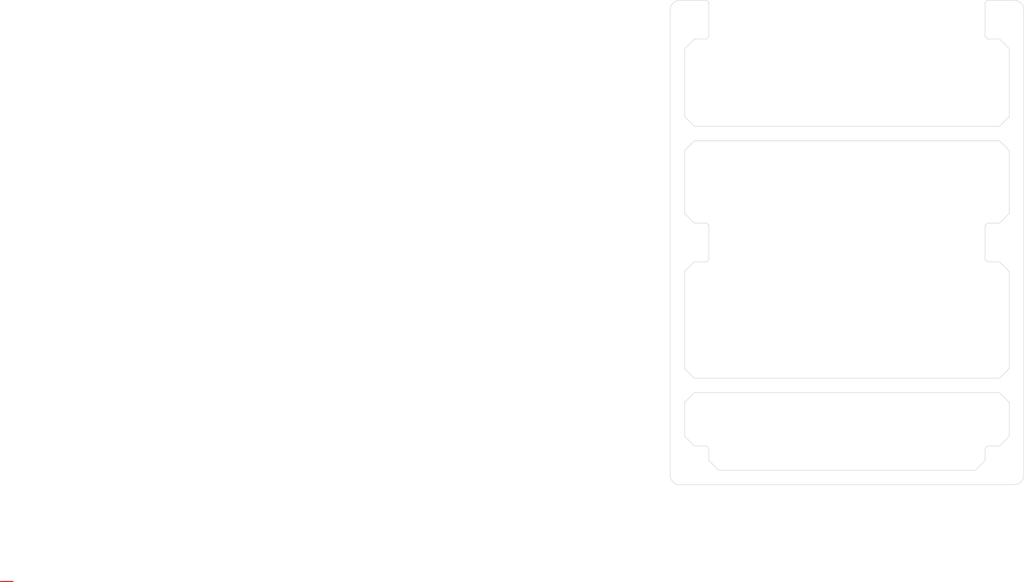
<source format=kicad_pcb>
(kicad_pcb (version 20171130) (host pcbnew "(5.1.2)-2")

  (general
    (thickness 1.6)
    (drawings 114)
    (tracks 1)
    (zones 0)
    (modules 6)
    (nets 2)
  )

  (page A4)
  (layers
    (0 F.Cu signal)
    (31 B.Cu signal)
    (32 B.Adhes user)
    (33 F.Adhes user)
    (34 B.Paste user)
    (35 F.Paste user)
    (36 B.SilkS user)
    (37 F.SilkS user)
    (38 B.Mask user)
    (39 F.Mask user)
    (40 Dwgs.User user hide)
    (41 Cmts.User user)
    (42 Eco1.User user)
    (43 Eco2.User user)
    (44 Edge.Cuts user)
    (45 Margin user)
    (46 B.CrtYd user)
    (47 F.CrtYd user)
    (48 B.Fab user)
    (49 F.Fab user)
  )

  (setup
    (last_trace_width 0.25)
    (user_trace_width 0.3)
    (user_trace_width 0.4)
    (user_trace_width 0.5)
    (user_trace_width 0.75)
    (user_trace_width 1)
    (user_trace_width 2)
    (user_trace_width 3)
    (user_trace_width 0.3)
    (user_trace_width 0.4)
    (user_trace_width 0.5)
    (user_trace_width 0.75)
    (user_trace_width 1)
    (user_trace_width 2)
    (user_trace_width 3)
    (user_trace_width 0.25)
    (user_trace_width 0.5)
    (user_trace_width 0.75)
    (user_trace_width 1)
    (user_trace_width 1.5)
    (user_trace_width 2)
    (trace_clearance 0.25)
    (zone_clearance 0.508)
    (zone_45_only no)
    (trace_min 0.25)
    (via_size 1)
    (via_drill 0.5)
    (via_min_size 0.4)
    (via_min_drill 0.3)
    (uvia_size 1)
    (uvia_drill 0.5)
    (uvias_allowed no)
    (uvia_min_size 0.2)
    (uvia_min_drill 0.1)
    (edge_width 0.1)
    (segment_width 1)
    (pcb_text_width 0.3)
    (pcb_text_size 1.5 1.5)
    (mod_edge_width 0.15)
    (mod_text_size 1 1)
    (mod_text_width 0.15)
    (pad_size 1.5 1.5)
    (pad_drill 0.6)
    (pad_to_mask_clearance 0.05)
    (solder_mask_min_width 0.1)
    (aux_axis_origin 84 50)
    (grid_origin 84 50)
    (visible_elements 7FFFFFFF)
    (pcbplotparams
      (layerselection 0x010f0_ffffffff)
      (usegerberextensions false)
      (usegerberattributes false)
      (usegerberadvancedattributes false)
      (creategerberjobfile false)
      (excludeedgelayer true)
      (linewidth 0.100000)
      (plotframeref false)
      (viasonmask false)
      (mode 1)
      (useauxorigin true)
      (hpglpennumber 1)
      (hpglpenspeed 20)
      (hpglpendiameter 15.000000)
      (psnegative false)
      (psa4output false)
      (plotreference true)
      (plotvalue true)
      (plotinvisibletext false)
      (padsonsilk false)
      (subtractmaskfromsilk true)
      (outputformat 1)
      (mirror false)
      (drillshape 0)
      (scaleselection 1)
      (outputdirectory "ds1_2-6_frame/"))
  )

  (net 0 "")
  (net 1 GND)

  (net_class Default "これはデフォルトのネット クラスです。"
    (clearance 0.25)
    (trace_width 0.25)
    (via_dia 1)
    (via_drill 0.5)
    (uvia_dia 1)
    (uvia_drill 0.5)
    (diff_pair_width 0.25)
    (diff_pair_gap 0.25)
    (add_net GND)
  )

  (module MountingHole:MountingHole_3.2mm_M3 locked (layer F.Cu) (tedit 56D1B4CB) (tstamp 5EC82F28)
    (at 153 146)
    (descr "Mounting Hole 3.2mm, no annular, M3")
    (tags "mounting hole 3.2mm no annular m3")
    (attr virtual)
    (fp_text reference REF** (at 0 0) (layer F.SilkS) hide
      (effects (font (size 1 1) (thickness 0.15)))
    )
    (fp_text value M (at 0 0) (layer F.Fab) hide
      (effects (font (size 1 1) (thickness 0.15)))
    )
    (fp_circle (center 0 0) (end 3.45 0) (layer F.CrtYd) (width 0.05))
    (fp_circle (center 0 0) (end 3.2 0) (layer Cmts.User) (width 0.15))
    (fp_text user %R (at 0.3 0) (layer F.Fab) hide
      (effects (font (size 1 1) (thickness 0.15)))
    )
    (pad 1 np_thru_hole circle (at 0 0) (size 3.2 3.2) (drill 3.2) (layers *.Cu *.Mask)
      (net 1 GND))
  )

  (module MountingHole:MountingHole_3.2mm_M3 locked (layer F.Cu) (tedit 56D1B4CB) (tstamp 5EC82F1A)
    (at 88 146)
    (descr "Mounting Hole 3.2mm, no annular, M3")
    (tags "mounting hole 3.2mm no annular m3")
    (attr virtual)
    (fp_text reference REF** (at 0 0) (layer F.SilkS) hide
      (effects (font (size 1 1) (thickness 0.15)))
    )
    (fp_text value M (at 0 0) (layer F.Fab) hide
      (effects (font (size 1 1) (thickness 0.15)))
    )
    (fp_circle (center 0 0) (end 3.45 0) (layer F.CrtYd) (width 0.05))
    (fp_circle (center 0 0) (end 3.2 0) (layer Cmts.User) (width 0.15))
    (fp_text user %R (at 0.3 0) (layer F.Fab) hide
      (effects (font (size 1 1) (thickness 0.15)))
    )
    (pad 1 np_thru_hole circle (at 0 0) (size 3.2 3.2) (drill 3.2) (layers *.Cu *.Mask)
      (net 1 GND))
  )

  (module MountingHole:MountingHole_3.2mm_M3 locked (layer F.Cu) (tedit 56D1B4CB) (tstamp 5EC82F0C)
    (at 153 100)
    (descr "Mounting Hole 3.2mm, no annular, M3")
    (tags "mounting hole 3.2mm no annular m3")
    (attr virtual)
    (fp_text reference REF** (at 0 0) (layer F.SilkS) hide
      (effects (font (size 1 1) (thickness 0.15)))
    )
    (fp_text value M (at 0 0) (layer F.Fab) hide
      (effects (font (size 1 1) (thickness 0.15)))
    )
    (fp_circle (center 0 0) (end 3.45 0) (layer F.CrtYd) (width 0.05))
    (fp_circle (center 0 0) (end 3.2 0) (layer Cmts.User) (width 0.15))
    (fp_text user %R (at 0.3 0) (layer F.Fab) hide
      (effects (font (size 1 1) (thickness 0.15)))
    )
    (pad 1 np_thru_hole circle (at 0 0) (size 3.2 3.2) (drill 3.2) (layers *.Cu *.Mask)
      (net 1 GND))
  )

  (module MountingHole:MountingHole_3.2mm_M3 locked (layer F.Cu) (tedit 56D1B4CB) (tstamp 5EC82EFE)
    (at 88 100)
    (descr "Mounting Hole 3.2mm, no annular, M3")
    (tags "mounting hole 3.2mm no annular m3")
    (attr virtual)
    (fp_text reference REF** (at 0 0) (layer F.SilkS) hide
      (effects (font (size 1 1) (thickness 0.15)))
    )
    (fp_text value M (at 0 0) (layer F.Fab) hide
      (effects (font (size 1 1) (thickness 0.15)))
    )
    (fp_circle (center 0 0) (end 3.45 0) (layer F.CrtYd) (width 0.05))
    (fp_circle (center 0 0) (end 3.2 0) (layer Cmts.User) (width 0.15))
    (fp_text user %R (at 0.3 0) (layer F.Fab) hide
      (effects (font (size 1 1) (thickness 0.15)))
    )
    (pad 1 np_thru_hole circle (at 0 0) (size 3.2 3.2) (drill 3.2) (layers *.Cu *.Mask)
      (net 1 GND))
  )

  (module MountingHole:MountingHole_3.2mm_M3 locked (layer F.Cu) (tedit 56D1B4CB) (tstamp 5EC78F09)
    (at 153 54)
    (descr "Mounting Hole 3.2mm, no annular, M3")
    (tags "mounting hole 3.2mm no annular m3")
    (attr virtual)
    (fp_text reference REF** (at 0 0) (layer F.SilkS) hide
      (effects (font (size 1 1) (thickness 0.15)))
    )
    (fp_text value M (at 0 0) (layer F.Fab) hide
      (effects (font (size 1 1) (thickness 0.15)))
    )
    (fp_circle (center 0 0) (end 3.45 0) (layer F.CrtYd) (width 0.05))
    (fp_circle (center 0 0) (end 3.2 0) (layer Cmts.User) (width 0.15))
    (fp_text user %R (at 0.3 0) (layer F.Fab) hide
      (effects (font (size 1 1) (thickness 0.15)))
    )
    (pad 1 np_thru_hole circle (at 0 0) (size 3.2 3.2) (drill 3.2) (layers *.Cu *.Mask)
      (net 1 GND))
  )

  (module MountingHole:MountingHole_3.2mm_M3 locked (layer F.Cu) (tedit 56D1B4CB) (tstamp 5EC6DF2C)
    (at 88 54)
    (descr "Mounting Hole 3.2mm, no annular, M3")
    (tags "mounting hole 3.2mm no annular m3")
    (attr virtual)
    (fp_text reference REF** (at 0 0) (layer F.SilkS) hide
      (effects (font (size 1 1) (thickness 0.15)))
    )
    (fp_text value M (at 0 0) (layer F.Fab) hide
      (effects (font (size 1 1) (thickness 0.15)))
    )
    (fp_circle (center 0 0) (end 3.45 0) (layer F.CrtYd) (width 0.05))
    (fp_circle (center 0 0) (end 3.2 0) (layer Cmts.User) (width 0.15))
    (fp_text user %R (at 0.3 0) (layer F.Fab) hide
      (effects (font (size 1 1) (thickness 0.15)))
    )
    (pad 1 np_thru_hole circle (at 0 0) (size 3.2 3.2) (drill 3.2) (layers *.Cu *.Mask)
      (net 1 GND))
  )

  (gr_line (start 91.5 96) (end 89 96) (layer Edge.Cuts) (width 0.1) (tstamp 5ECE728A))
  (gr_line (start 92 96.5) (end 91.5 96) (layer Edge.Cuts) (width 0.1))
  (gr_line (start 92 103.5) (end 92 96.5) (layer Edge.Cuts) (width 0.1))
  (gr_line (start 91.5 104) (end 92 103.5) (layer Edge.Cuts) (width 0.1))
  (gr_line (start 89 104) (end 91.5 104) (layer Edge.Cuts) (width 0.1))
  (gr_line (start 149.5 104) (end 152 104) (layer Edge.Cuts) (width 0.1) (tstamp 5ECE7255))
  (gr_line (start 149 103.5) (end 149.5 104) (layer Edge.Cuts) (width 0.1))
  (gr_line (start 149 96.5) (end 149 103.5) (layer Edge.Cuts) (width 0.1))
  (gr_line (start 149.5 96) (end 149 96.5) (layer Edge.Cuts) (width 0.1))
  (gr_line (start 152 96) (end 149.5 96) (layer Edge.Cuts) (width 0.1))
  (gr_line (start 154 94) (end 152 96) (layer Edge.Cuts) (width 0.1))
  (gr_line (start 154 81) (end 154 94) (layer Edge.Cuts) (width 0.1))
  (gr_line (start 152 79) (end 154 81) (layer Edge.Cuts) (width 0.1))
  (gr_line (start 89 79) (end 152 79) (layer Edge.Cuts) (width 0.1))
  (gr_line (start 87 81) (end 89 79) (layer Edge.Cuts) (width 0.1))
  (gr_line (start 87 94) (end 87 81) (layer Edge.Cuts) (width 0.1))
  (gr_line (start 89 96) (end 87 94) (layer Edge.Cuts) (width 0.1))
  (gr_line (start 87 60) (end 87 61.5) (layer Edge.Cuts) (width 0.1) (tstamp 5ECE5F05))
  (gr_line (start 87 61.5) (end 87 64.5) (layer Edge.Cuts) (width 0.1))
  (gr_line (start 89 128) (end 152 128) (layer Edge.Cuts) (width 0.1) (tstamp 5ECC8D00))
  (gr_line (start 88.995 104) (end 87 106) (layer Edge.Cuts) (width 0.1))
  (gr_line (start 87 79) (end 87 96) (layer Dwgs.User) (width 0.15))
  (gr_circle (center 144.5 88) (end 147.5 88) (layer Dwgs.User) (width 0.15))
  (gr_circle (center 120.5 88) (end 123.5 88) (layer Dwgs.User) (width 0.15))
  (gr_circle (center 96.5 88) (end 99.5 88) (layer Dwgs.User) (width 0.15))
  (gr_line (start 137 100) (end 120.5 100) (layer Dwgs.User) (width 0.15) (tstamp 5ECC684A))
  (gr_line (start 137 84) (end 137 100) (layer Dwgs.User) (width 0.15))
  (gr_line (start 104 84) (end 137 84) (layer Dwgs.User) (width 0.15))
  (gr_line (start 104 100) (end 104 84) (layer Dwgs.User) (width 0.15))
  (gr_line (start 120.5 100) (end 104 100) (layer Dwgs.User) (width 0.15))
  (gr_line (start 152 131) (end 89 131) (layer Edge.Cuts) (width 0.1) (tstamp 5ECC63F3))
  (gr_line (start 154 133) (end 152 131) (layer Edge.Cuts) (width 0.1))
  (gr_line (start 154 140) (end 154 133) (layer Edge.Cuts) (width 0.1))
  (gr_line (start 152 142) (end 154 140) (layer Edge.Cuts) (width 0.1))
  (gr_line (start 149.5 142) (end 152 142) (layer Edge.Cuts) (width 0.1))
  (gr_line (start 149 142.5) (end 149.5 142) (layer Edge.Cuts) (width 0.1))
  (gr_line (start 149 145) (end 149 142.5) (layer Edge.Cuts) (width 0.1))
  (gr_line (start 147 147) (end 149 145) (layer Edge.Cuts) (width 0.1))
  (gr_line (start 94 147) (end 147 147) (layer Edge.Cuts) (width 0.1))
  (gr_line (start 92 145) (end 94 147) (layer Edge.Cuts) (width 0.1))
  (gr_line (start 92 142.5) (end 92 145) (layer Edge.Cuts) (width 0.1))
  (gr_line (start 91.5 142) (end 92 142.5) (layer Edge.Cuts) (width 0.1))
  (gr_line (start 89 142) (end 91.5 142) (layer Edge.Cuts) (width 0.1))
  (gr_line (start 87 140) (end 89 142) (layer Edge.Cuts) (width 0.1))
  (gr_line (start 87 133) (end 87 140) (layer Edge.Cuts) (width 0.1))
  (gr_line (start 89 131) (end 87 133) (layer Edge.Cuts) (width 0.1))
  (gr_line (start 154 106) (end 152 104) (layer Edge.Cuts) (width 0.1))
  (gr_line (start 154 126) (end 154 106) (layer Edge.Cuts) (width 0.1))
  (gr_line (start 152 128) (end 154 126) (layer Edge.Cuts) (width 0.1))
  (gr_line (start 87 126) (end 89 128) (layer Edge.Cuts) (width 0.1))
  (gr_line (start 87 106) (end 87 126) (layer Edge.Cuts) (width 0.1))
  (gr_line (start 149.5 50) (end 155 50) (layer Edge.Cuts) (width 0.1) (tstamp 5ECC63E9))
  (gr_line (start 149 50.5) (end 149.5 50) (layer Edge.Cuts) (width 0.1))
  (gr_line (start 149 57.5) (end 149 50.5) (layer Edge.Cuts) (width 0.1))
  (gr_line (start 149.5 58) (end 149 57.5) (layer Edge.Cuts) (width 0.1))
  (gr_line (start 152 58) (end 149.5 58) (layer Edge.Cuts) (width 0.1))
  (gr_line (start 154 60) (end 152 58) (layer Edge.Cuts) (width 0.1))
  (gr_line (start 154 74) (end 154 60) (layer Edge.Cuts) (width 0.1))
  (gr_line (start 152 76) (end 154 74) (layer Edge.Cuts) (width 0.1))
  (gr_line (start 89 76) (end 152 76) (layer Edge.Cuts) (width 0.1))
  (gr_line (start 87 74) (end 89 76) (layer Edge.Cuts) (width 0.1))
  (gr_line (start 87 64.5) (end 87 74) (layer Edge.Cuts) (width 0.1))
  (gr_line (start 89 58) (end 87 60) (layer Edge.Cuts) (width 0.1))
  (gr_line (start 91.5 58) (end 89 58) (layer Edge.Cuts) (width 0.1))
  (gr_line (start 92 57.5) (end 91.5 58) (layer Edge.Cuts) (width 0.1))
  (gr_line (start 92 50.5) (end 92 57.5) (layer Edge.Cuts) (width 0.1))
  (gr_line (start 91.5 50) (end 92 50.5) (layer Edge.Cuts) (width 0.1))
  (gr_line (start 86 50) (end 91.5 50) (layer Edge.Cuts) (width 0.1))
  (gr_circle (center 144.5 88) (end 136.5 88) (layer Dwgs.User) (width 0.15))
  (gr_circle (center 120.5 88) (end 112.5 88) (layer Dwgs.User) (width 0.15))
  (gr_circle (center 96.5 88) (end 88.5 88) (layer Dwgs.User) (width 0.15))
  (dimension 11.5 (width 0.15) (layer Dwgs.User)
    (gr_text "11.500 mm" (at 126.25 156.3) (layer Dwgs.User)
      (effects (font (size 1 1) (thickness 0.15)))
    )
    (feature1 (pts (xy 132 139) (xy 132 155.586421)))
    (feature2 (pts (xy 120.5 139) (xy 120.5 155.586421)))
    (crossbar (pts (xy 120.5 155) (xy 132 155)))
    (arrow1a (pts (xy 132 155) (xy 130.873496 155.586421)))
    (arrow1b (pts (xy 132 155) (xy 130.873496 154.413579)))
    (arrow2a (pts (xy 120.5 155) (xy 121.626504 155.586421)))
    (arrow2b (pts (xy 120.5 155) (xy 121.626504 154.413579)))
  )
  (dimension 11.5 (width 0.15) (layer Dwgs.User)
    (gr_text "11.500 mm" (at 114.75 156.3) (layer Dwgs.User)
      (effects (font (size 1 1) (thickness 0.15)))
    )
    (feature1 (pts (xy 109 139) (xy 109 155.586421)))
    (feature2 (pts (xy 120.5 139) (xy 120.5 155.586421)))
    (crossbar (pts (xy 120.5 155) (xy 109 155)))
    (arrow1a (pts (xy 109 155) (xy 110.126504 154.413579)))
    (arrow1b (pts (xy 109 155) (xy 110.126504 155.586421)))
    (arrow2a (pts (xy 120.5 155) (xy 119.373496 154.413579)))
    (arrow2b (pts (xy 120.5 155) (xy 119.373496 155.586421)))
  )
  (dimension 73 (width 0.15) (layer Dwgs.User)
    (gr_text "73.000 mm" (at 120.5 38.7) (layer Dwgs.User)
      (effects (font (size 1 1) (thickness 0.15)))
    )
    (feature1 (pts (xy 157 150) (xy 157 39.413579)))
    (feature2 (pts (xy 84 150) (xy 84 39.413579)))
    (crossbar (pts (xy 84 40) (xy 157 40)))
    (arrow1a (pts (xy 157 40) (xy 155.873496 40.586421)))
    (arrow1b (pts (xy 157 40) (xy 155.873496 39.413579)))
    (arrow2a (pts (xy 84 40) (xy 85.126504 40.586421)))
    (arrow2b (pts (xy 84 40) (xy 85.126504 39.413579)))
  )
  (dimension 18 (width 0.15) (layer Dwgs.User)
    (gr_text "18.000 mm" (at 111.5 153.8) (layer Dwgs.User)
      (effects (font (size 1 1) (thickness 0.15)))
    )
    (feature1 (pts (xy 102.5 139) (xy 102.5 153.086421)))
    (feature2 (pts (xy 120.5 139) (xy 120.5 153.086421)))
    (crossbar (pts (xy 120.5 152.5) (xy 102.5 152.5)))
    (arrow1a (pts (xy 102.5 152.5) (xy 103.626504 151.913579)))
    (arrow1b (pts (xy 102.5 152.5) (xy 103.626504 153.086421)))
    (arrow2a (pts (xy 120.5 152.5) (xy 119.373496 151.913579)))
    (arrow2b (pts (xy 120.5 152.5) (xy 119.373496 153.086421)))
  )
  (gr_line (start 87 142) (end 87 131) (layer Dwgs.User) (width 0.15) (tstamp 5EC77A6E))
  (dimension 24 (width 0.15) (layer Dwgs.User)
    (gr_text "24.000 mm" (at 132.5 77.7) (layer Dwgs.User)
      (effects (font (size 1 1) (thickness 0.15)))
    )
    (feature1 (pts (xy 144.5 88) (xy 144.5 78.413579)))
    (feature2 (pts (xy 120.5 88) (xy 120.5 78.413579)))
    (crossbar (pts (xy 120.5 79) (xy 144.5 79)))
    (arrow1a (pts (xy 144.5 79) (xy 143.373496 79.586421)))
    (arrow1b (pts (xy 144.5 79) (xy 143.373496 78.413579)))
    (arrow2a (pts (xy 120.5 79) (xy 121.626504 79.586421)))
    (arrow2b (pts (xy 120.5 79) (xy 121.626504 78.413579)))
  )
  (dimension 24 (width 0.15) (layer Dwgs.User)
    (gr_text "24.000 mm" (at 108.5 77.7) (layer Dwgs.User)
      (effects (font (size 1 1) (thickness 0.15)))
    )
    (feature1 (pts (xy 96.5 88) (xy 96.5 78.413579)))
    (feature2 (pts (xy 120.5 88) (xy 120.5 78.413579)))
    (crossbar (pts (xy 120.5 79) (xy 96.5 79)))
    (arrow1a (pts (xy 96.5 79) (xy 97.626504 78.413579)))
    (arrow1b (pts (xy 96.5 79) (xy 97.626504 79.586421)))
    (arrow2a (pts (xy 120.5 79) (xy 119.373496 78.413579)))
    (arrow2b (pts (xy 120.5 79) (xy 119.373496 79.586421)))
  )
  (gr_line (start 92 142) (end 92 147) (layer Dwgs.User) (width 0.15))
  (gr_line (start 87 142) (end 92 142) (layer Dwgs.User) (width 0.15))
  (gr_line (start 149 142) (end 154 142) (layer Dwgs.User) (width 0.15))
  (gr_line (start 149 147) (end 149 142) (layer Dwgs.User) (width 0.15))
  (gr_line (start 149 104) (end 154 104) (layer Dwgs.User) (width 0.15))
  (gr_line (start 149 96) (end 149 104) (layer Dwgs.User) (width 0.15))
  (gr_line (start 154 96) (end 149 96) (layer Dwgs.User) (width 0.15))
  (gr_line (start 92 104) (end 87 104) (layer Dwgs.User) (width 0.15))
  (gr_line (start 92 96) (end 92 104) (layer Dwgs.User) (width 0.15))
  (gr_line (start 87 96) (end 92 96) (layer Dwgs.User) (width 0.15))
  (gr_arc (start 155 148) (end 155 150) (angle -90) (layer Edge.Cuts) (width 0.1))
  (gr_arc (start 155 52) (end 157 52) (angle -90) (layer Edge.Cuts) (width 0.1))
  (gr_line (start 157 148) (end 157 52) (layer Edge.Cuts) (width 0.1))
  (gr_line (start 86 150) (end 155 150) (layer Edge.Cuts) (width 0.1))
  (gr_line (start 154 142) (end 154 131) (layer Dwgs.User) (width 0.15) (tstamp 5EC765D5))
  (dimension 36.5 (width 0.15) (layer Dwgs.User)
    (gr_text "36.500 mm" (at 102.25 33.7) (layer Dwgs.User)
      (effects (font (size 1 1) (thickness 0.15)))
    )
    (feature1 (pts (xy 120.5 150) (xy 120.5 34.413579)))
    (feature2 (pts (xy 84 150) (xy 84 34.413579)))
    (crossbar (pts (xy 84 35) (xy 120.5 35)))
    (arrow1a (pts (xy 120.5 35) (xy 119.373496 35.586421)))
    (arrow1b (pts (xy 120.5 35) (xy 119.373496 34.413579)))
    (arrow2a (pts (xy 84 35) (xy 85.126504 35.586421)))
    (arrow2b (pts (xy 84 35) (xy 85.126504 34.413579)))
  )
  (gr_line (start 154 131) (end 119 131) (layer Dwgs.User) (width 0.15) (tstamp 5EC75C1F))
  (gr_line (start 87 128) (end 154 128) (layer Dwgs.User) (width 0.15))
  (gr_line (start 119 131) (end 87 131) (layer Dwgs.User) (width 0.15))
  (gr_line (start 154 96) (end 154 79) (layer Dwgs.User) (width 0.15) (tstamp 5EC75B5A))
  (gr_line (start 154 128) (end 154 104) (layer Dwgs.User) (width 0.15))
  (gr_line (start 92 147) (end 149 147) (layer Dwgs.User) (width 0.15))
  (gr_line (start 87 104) (end 87 128) (layer Dwgs.User) (width 0.15))
  (gr_line (start 87 79) (end 154 79) (layer Dwgs.User) (width 0.15))
  (dimension 50 (width 0.15) (layer Dwgs.User)
    (gr_text "50.000 mm" (at 67.7 75 270) (layer Dwgs.User)
      (effects (font (size 1 1) (thickness 0.15)))
    )
    (feature1 (pts (xy 84 100) (xy 68.413579 100)))
    (feature2 (pts (xy 84 50) (xy 68.413579 50)))
    (crossbar (pts (xy 69 50) (xy 69 100)))
    (arrow1a (pts (xy 69 100) (xy 68.413579 98.873496)))
    (arrow1b (pts (xy 69 100) (xy 69.586421 98.873496)))
    (arrow2a (pts (xy 69 50) (xy 68.413579 51.126504)))
    (arrow2b (pts (xy 69 50) (xy 69.586421 51.126504)))
  )
  (gr_line (start 149 58) (end 149 50) (layer Dwgs.User) (width 0.15))
  (gr_line (start 154 58) (end 149 58) (layer Dwgs.User) (width 0.15))
  (gr_line (start 154 76) (end 154 58) (layer Dwgs.User) (width 0.15))
  (gr_line (start 87 76) (end 154 76) (layer Dwgs.User) (width 0.15))
  (gr_line (start 87 58) (end 87 76) (layer Dwgs.User) (width 0.15))
  (gr_line (start 92 58) (end 87 58) (layer Dwgs.User) (width 0.15))
  (gr_line (start 92 50) (end 92 58) (layer Dwgs.User) (width 0.15))
  (dimension 62 (width 0.15) (layer Dwgs.User)
    (gr_text "62.000 mm" (at 72.2 119 90) (layer Dwgs.User)
      (effects (font (size 1 1) (thickness 0.15)))
    )
    (feature1 (pts (xy 156.5 88) (xy 72.913579 88)))
    (feature2 (pts (xy 156.5 150) (xy 72.913579 150)))
    (crossbar (pts (xy 73.5 150) (xy 73.5 88)))
    (arrow1a (pts (xy 73.5 88) (xy 74.086421 89.126504)))
    (arrow1b (pts (xy 73.5 88) (xy 72.913579 89.126504)))
    (arrow2a (pts (xy 73.5 150) (xy 74.086421 148.873496)))
    (arrow2b (pts (xy 73.5 150) (xy 72.913579 148.873496)))
  )
  (gr_arc (start 86 148) (end 84 148) (angle -90) (layer Edge.Cuts) (width 0.1))
  (gr_line (start 84 52) (end 84 148) (layer Edge.Cuts) (width 0.1))
  (gr_arc (start 86 52) (end 86 50) (angle -90) (layer Edge.Cuts) (width 0.1))

  (segment (start -54.19 169.976) (end -51.65 169.976) (width 0.25) (layer F.Cu) (net 0))

)

</source>
